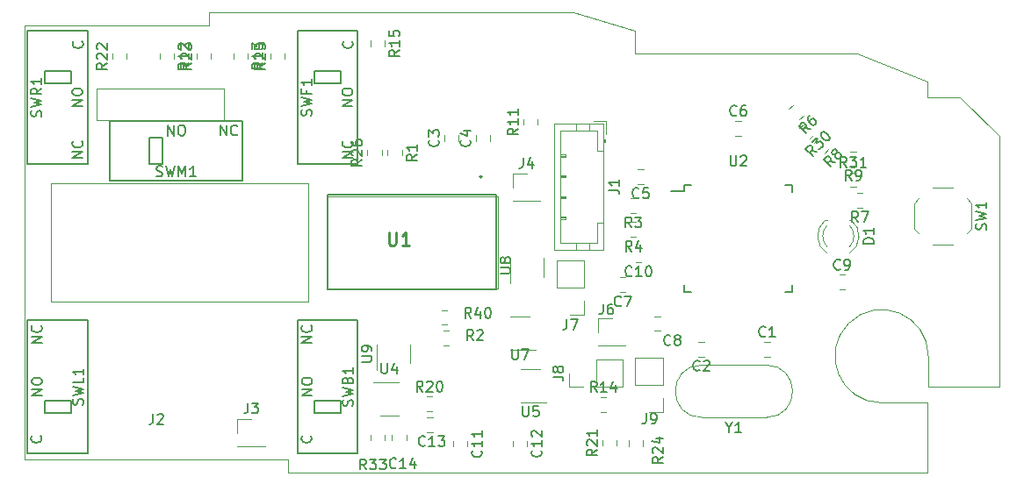
<source format=gbr>
G04 #@! TF.GenerationSoftware,KiCad,Pcbnew,5.99.0-unknown-d20d310~86~ubuntu18.04.1*
G04 #@! TF.CreationDate,2019-12-01T17:32:32+00:00*
G04 #@! TF.ProjectId,mouse8,6d6f7573-6538-42e6-9b69-6361645f7063,rev?*
G04 #@! TF.SameCoordinates,Original*
G04 #@! TF.FileFunction,Legend,Top*
G04 #@! TF.FilePolarity,Positive*
%FSLAX46Y46*%
G04 Gerber Fmt 4.6, Leading zero omitted, Abs format (unit mm)*
G04 Created by KiCad (PCBNEW 5.99.0-unknown-d20d310~86~ubuntu18.04.1) date 2019-12-01 17:32:32*
%MOMM*%
%LPD*%
G04 APERTURE LIST*
%ADD10C,0.050000*%
%ADD11C,0.120000*%
%ADD12C,0.150000*%
%ADD13C,0.200000*%
%ADD14C,0.254000*%
G04 APERTURE END LIST*
D10*
X94150000Y89606250D02*
X58980000Y89606250D01*
X100075000Y87831250D02*
X94150000Y89606250D01*
X100075000Y87831250D02*
X100075000Y85581250D01*
X131400000Y81356250D02*
X135175000Y77656250D01*
X128195000Y81351250D02*
X131400000Y81356250D01*
X128200000Y82906250D02*
X128195000Y81351250D01*
X121475000Y85581250D02*
X128200000Y82906250D01*
X100075000Y85581250D02*
X121475000Y85581250D01*
X128195000Y45156250D02*
X66600000Y45156250D01*
X135175000Y77656250D02*
X135180000Y53411250D01*
X128325000Y53431250D02*
X135180000Y53411250D01*
X128200000Y51856250D02*
X128195000Y45156250D01*
X128325000Y56356250D02*
X128325000Y53431250D01*
X123825000Y51856250D02*
X128200000Y51856250D01*
X123825000Y51856250D02*
G75*
G02X128325000Y56356250I0J4500000D01*
G01*
X48108800Y82189450D02*
X48108800Y79192250D01*
X60453200Y82189450D02*
X48108800Y82189450D01*
X60453200Y79192250D02*
X60453200Y82189450D01*
X48108800Y79192250D02*
X60453200Y79192250D01*
X43740000Y73096250D02*
X68505000Y73096250D01*
X70283000Y62936250D02*
X70283000Y71826250D01*
X86793000Y62936250D02*
X70283000Y62936250D01*
X86793000Y71826250D02*
X86793000Y62936250D01*
X70283000Y71826250D02*
X86793000Y71826250D01*
X66600000Y46426250D02*
X66600000Y45156250D01*
X41200000Y46426250D02*
X66600000Y46426250D01*
X58980000Y88336250D02*
X41200000Y88336250D01*
X58980000Y89606250D02*
X58980000Y88336250D01*
X43740000Y61666250D02*
X43740000Y62301250D01*
X68505000Y61666250D02*
X68505000Y62301250D01*
X68505000Y73096250D02*
X68505000Y62301250D01*
X43740000Y62301250D02*
X43740000Y73096250D01*
X68505000Y61666250D02*
X43740000Y61666250D01*
X41200000Y46426250D02*
X41200000Y88336250D01*
D11*
X81922252Y59386400D02*
X81399748Y59386400D01*
X81922252Y60806400D02*
X81399748Y60806400D01*
X76607600Y48800652D02*
X76607600Y48278148D01*
X78027600Y48800652D02*
X78027600Y48278148D01*
X80525252Y50468600D02*
X80002748Y50468600D01*
X80525252Y49048600D02*
X80002748Y49048600D01*
X77252400Y53857800D02*
X74802400Y53857800D01*
X75452400Y50637800D02*
X77252400Y50637800D01*
X75944800Y48252748D02*
X75944800Y48775252D01*
X74524800Y48252748D02*
X74524800Y48775252D01*
X79951948Y51029800D02*
X80474452Y51029800D01*
X79951948Y52449800D02*
X80474452Y52449800D01*
X127417800Y71600800D02*
X126967800Y71150800D01*
X127417800Y68200800D02*
X126967800Y68650800D01*
X132017800Y68200800D02*
X132467800Y68650800D01*
X132017800Y71600800D02*
X132467800Y71150800D01*
X130717800Y67150800D02*
X128717800Y67150800D01*
X126967800Y71150800D02*
X126967800Y68650800D01*
X130717800Y72650800D02*
X128717800Y72650800D01*
X132467800Y71150800D02*
X132467800Y68650800D01*
X83058000Y77152998D02*
X83058000Y77675502D01*
X81638000Y77152998D02*
X81638000Y77675502D01*
X86106000Y77152998D02*
X86106000Y77675502D01*
X84686000Y77152998D02*
X84686000Y77675502D01*
X99118052Y63981400D02*
X98595548Y63981400D01*
X99118052Y62561400D02*
X98595548Y62561400D01*
X109730748Y77664250D02*
X110253252Y77664250D01*
X109730748Y79084250D02*
X110253252Y79084250D01*
X88242000Y48175002D02*
X88242000Y47652498D01*
X89662000Y48175002D02*
X89662000Y47652498D01*
X82475000Y48140252D02*
X82475000Y47617748D01*
X83895000Y48140252D02*
X83895000Y47617748D01*
X100845252Y74416250D02*
X100322748Y74416250D01*
X100845252Y72996250D02*
X100322748Y72996250D01*
X102461252Y60216250D02*
X101938748Y60216250D01*
X102461252Y58796250D02*
X101938748Y58796250D01*
X119738748Y62796250D02*
X120261252Y62796250D01*
X119738748Y64216250D02*
X120261252Y64216250D01*
X112524748Y56328250D02*
X113047252Y56328250D01*
X112524748Y57748250D02*
X113047252Y57748250D01*
X106697252Y57748250D02*
X106174748Y57748250D01*
X106697252Y56328250D02*
X106174748Y56328250D01*
X100642052Y66877000D02*
X100119548Y66877000D01*
X100642052Y65457000D02*
X100119548Y65457000D01*
X51054000Y85044498D02*
X51054000Y85567002D01*
X49634000Y85044498D02*
X49634000Y85567002D01*
X74526000Y86819502D02*
X74526000Y86296998D01*
X75946000Y86819502D02*
X75946000Y86296998D01*
X96738748Y50996250D02*
X97261252Y50996250D01*
X96738748Y52416250D02*
X97261252Y52416250D01*
X61318000Y85603502D02*
X61318000Y85080998D01*
X62738000Y85603502D02*
X62738000Y85080998D01*
X54206000Y85567002D02*
X54206000Y85044498D01*
X55626000Y85567002D02*
X55626000Y85044498D01*
X90678000Y78713498D02*
X90678000Y79236002D01*
X89258000Y78713498D02*
X89258000Y79236002D01*
X121978052Y72134800D02*
X121455548Y72134800D01*
X121978052Y70714800D02*
X121455548Y70714800D01*
X75640000Y75735548D02*
X75640000Y76258052D01*
X74220000Y75735548D02*
X74220000Y76258052D01*
X116255103Y78727395D02*
X115885637Y78357929D01*
X117259195Y77723303D02*
X116889729Y77353837D01*
X98298000Y47725498D02*
X98298000Y48248002D01*
X96878000Y47725498D02*
X96878000Y48248002D01*
X59182000Y85044498D02*
X59182000Y85567002D01*
X57762000Y85044498D02*
X57762000Y85567002D01*
X100838000Y47688998D02*
X100838000Y48211502D01*
X99418000Y47688998D02*
X99418000Y48211502D01*
X66294000Y85044498D02*
X66294000Y85567002D01*
X64874000Y85044498D02*
X64874000Y85567002D01*
X117665687Y77343979D02*
X117296221Y76974513D01*
X118669779Y76339887D02*
X118300313Y75970421D01*
X121343052Y76148000D02*
X120820548Y76148000D01*
X121343052Y74728000D02*
X120820548Y74728000D01*
X100145252Y71603250D02*
X99622748Y71603250D01*
X100145252Y70183250D02*
X99622748Y70183250D01*
X100148752Y69301250D02*
X99626248Y69301250D01*
X100148752Y67881250D02*
X99626248Y67881250D01*
X76201200Y76258052D02*
X76201200Y75735548D01*
X77621200Y76258052D02*
X77621200Y75735548D01*
X115262687Y80585029D02*
X114893221Y80215563D01*
X116266779Y79580937D02*
X115897313Y79211471D01*
X82074652Y58799800D02*
X81552148Y58799800D01*
X82074652Y57379800D02*
X81552148Y57379800D01*
X120820548Y72696000D02*
X121343052Y72696000D01*
X120820548Y74116000D02*
X121343052Y74116000D01*
X96470000Y57376250D02*
X99130000Y57376250D01*
X96470000Y57436250D02*
X96470000Y57376250D01*
X99130000Y57436250D02*
X99130000Y57376250D01*
X96470000Y57436250D02*
X99130000Y57436250D01*
X96470000Y58706250D02*
X96470000Y60036250D01*
X96470000Y60036250D02*
X97800000Y60036250D01*
X95130000Y65576250D02*
X92470000Y65576250D01*
X95130000Y62976250D02*
X95130000Y65576250D01*
X92470000Y62976250D02*
X92470000Y65576250D01*
X95130000Y62976250D02*
X92470000Y62976250D01*
X95130000Y61706250D02*
X95130000Y60376250D01*
X95130000Y60376250D02*
X93800000Y60376250D01*
X98870000Y53376250D02*
X98870000Y56036250D01*
X96270000Y53376250D02*
X98870000Y53376250D01*
X96270000Y56036250D02*
X98870000Y56036250D01*
X96270000Y53376250D02*
X96270000Y56036250D01*
X95000000Y53376250D02*
X93670000Y53376250D01*
X93670000Y53376250D02*
X93670000Y54706250D01*
X102730000Y56176250D02*
X100070000Y56176250D01*
X102730000Y53576250D02*
X102730000Y56176250D01*
X100070000Y53576250D02*
X100070000Y56176250D01*
X102730000Y53576250D02*
X100070000Y53576250D01*
X102730000Y52306250D02*
X102730000Y50976250D01*
X102730000Y50976250D02*
X101400000Y50976250D01*
D12*
X104817000Y72912250D02*
X104817000Y72337250D01*
X115167000Y72912250D02*
X115167000Y72237250D01*
X115167000Y62562250D02*
X115167000Y63237250D01*
X104817000Y62562250D02*
X104817000Y63237250D01*
X104817000Y72912250D02*
X105492000Y72912250D01*
X104817000Y62562250D02*
X105492000Y62562250D01*
X115167000Y62562250D02*
X114492000Y62562250D01*
X115167000Y72912250D02*
X114492000Y72912250D01*
X104817000Y72337250D02*
X103542000Y72337250D01*
D11*
X88270000Y71326250D02*
X90930000Y71326250D01*
X88270000Y71386250D02*
X88270000Y71326250D01*
X90930000Y71386250D02*
X90930000Y71326250D01*
X88270000Y71386250D02*
X90930000Y71386250D01*
X88270000Y72656250D02*
X88270000Y73986250D01*
X88270000Y73986250D02*
X89600000Y73986250D01*
X61714000Y47636250D02*
X64374000Y47636250D01*
X61714000Y47696250D02*
X61714000Y47636250D01*
X64374000Y47696250D02*
X64374000Y47636250D01*
X61714000Y47696250D02*
X64374000Y47696250D01*
X61714000Y48966250D02*
X61714000Y50296250D01*
X61714000Y50296250D02*
X63044000Y50296250D01*
X112709000Y50449250D02*
X106459000Y50449250D01*
X112709000Y55499250D02*
X106459000Y55499250D01*
X112709000Y55499250D02*
G75*
G02X112709000Y50449250I0J-2525000D01*
G01*
X106459000Y55499250D02*
G75*
G03X106459000Y50449250I0J-2525000D01*
G01*
X120722608Y66287915D02*
G75*
G03X120879516Y69520250I-1078608J1672335D01*
G01*
X118565392Y66287915D02*
G75*
G02X118408484Y69520250I1078608J1672335D01*
G01*
X120723837Y66919120D02*
G75*
G03X120724000Y69001211I-1079837J1041130D01*
G01*
X118564163Y66919120D02*
G75*
G02X118564000Y69001211I1079837J1041130D01*
G01*
X120880000Y69520250D02*
X120724000Y69520250D01*
X118564000Y69520250D02*
X118408000Y69520250D01*
X90868000Y55148250D02*
X89068000Y55148250D01*
X89068000Y51928250D02*
X91518000Y51928250D01*
X89852000Y60228250D02*
X88052000Y60228250D01*
X88052000Y57008250D02*
X90502000Y57008250D01*
X91203999Y64026249D02*
X91203999Y65826249D01*
X87983999Y65826249D02*
X87983999Y63376249D01*
X78370000Y55686250D02*
X78370000Y57486250D01*
X75150000Y57486250D02*
X75150000Y55036250D01*
D12*
X71680000Y83901250D02*
X71680000Y82701250D01*
X71680000Y82701250D02*
X69140000Y82701250D01*
X69140000Y82701250D02*
X69140000Y83901250D01*
X69140000Y83901250D02*
X71680000Y83901250D01*
X73310000Y87751250D02*
X67510000Y87751250D01*
X67510000Y87751250D02*
X67510000Y74951250D01*
X67510000Y74951250D02*
X73310000Y74951250D01*
X73310000Y74951250D02*
X73310000Y87751250D01*
D13*
X70438000Y71931250D02*
X70438000Y62831250D01*
X70438000Y62831250D02*
X86638000Y62831250D01*
X86638000Y62831250D02*
X86638000Y71931250D01*
X86638000Y71931250D02*
X70438000Y71931250D01*
D14*
X85239270Y73694250D02*
G75*
G03X85239270Y73694250I-67270J0D01*
G01*
D12*
X69140000Y50861250D02*
X69140000Y52061250D01*
X69140000Y52061250D02*
X71680000Y52061250D01*
X71680000Y52061250D02*
X71680000Y50861250D01*
X71680000Y50861250D02*
X69140000Y50861250D01*
X67510000Y47011250D02*
X73310000Y47011250D01*
X73310000Y47011250D02*
X73310000Y59811250D01*
X73310000Y59811250D02*
X67510000Y59811250D01*
X67510000Y59811250D02*
X67510000Y47011250D01*
D11*
X96985000Y78785250D02*
X92265000Y78785250D01*
X92265000Y78785250D02*
X92265000Y66665250D01*
X92265000Y66665250D02*
X96985000Y66665250D01*
X96985000Y66665250D02*
X96985000Y78785250D01*
X96985000Y77025250D02*
X97185000Y77025250D01*
X97185000Y77025250D02*
X97185000Y77325250D01*
X97185000Y77325250D02*
X96985000Y77325250D01*
X97085000Y77025250D02*
X97085000Y77325250D01*
X96985000Y76225250D02*
X96375000Y76225250D01*
X96375000Y76225250D02*
X96375000Y78175250D01*
X96375000Y78175250D02*
X92875000Y78175250D01*
X92875000Y78175250D02*
X92875000Y67275250D01*
X92875000Y67275250D02*
X96375000Y67275250D01*
X96375000Y67275250D02*
X96375000Y69225250D01*
X96375000Y69225250D02*
X96985000Y69225250D01*
X95675000Y78785250D02*
X95675000Y78175250D01*
X94375000Y78785250D02*
X94375000Y78175250D01*
X95675000Y66665250D02*
X95675000Y67275250D01*
X94375000Y66665250D02*
X94375000Y67275250D01*
X92875000Y75825250D02*
X93375000Y75825250D01*
X93375000Y75825250D02*
X93375000Y75625250D01*
X93375000Y75625250D02*
X92875000Y75625250D01*
X92875000Y75725250D02*
X93375000Y75725250D01*
X92875000Y73825250D02*
X93375000Y73825250D01*
X93375000Y73825250D02*
X93375000Y73625250D01*
X93375000Y73625250D02*
X92875000Y73625250D01*
X92875000Y73725250D02*
X93375000Y73725250D01*
X92875000Y71825250D02*
X93375000Y71825250D01*
X93375000Y71825250D02*
X93375000Y71625250D01*
X93375000Y71625250D02*
X92875000Y71625250D01*
X92875000Y71725250D02*
X93375000Y71725250D01*
X92875000Y69825250D02*
X93375000Y69825250D01*
X93375000Y69825250D02*
X93375000Y69625250D01*
X93375000Y69625250D02*
X92875000Y69625250D01*
X92875000Y69725250D02*
X93375000Y69725250D01*
X97285000Y77835250D02*
X97285000Y79085250D01*
X97285000Y79085250D02*
X96035000Y79085250D01*
D12*
X45645000Y83901250D02*
X45645000Y82701250D01*
X45645000Y82701250D02*
X43105000Y82701250D01*
X43105000Y82701250D02*
X43105000Y83901250D01*
X43105000Y83901250D02*
X45645000Y83901250D01*
X47275000Y87751250D02*
X41475000Y87751250D01*
X41475000Y87751250D02*
X41475000Y74951250D01*
X41475000Y74951250D02*
X47275000Y74951250D01*
X47275000Y74951250D02*
X47275000Y87751250D01*
X53255000Y77441250D02*
X54455000Y77441250D01*
X54455000Y77441250D02*
X54455000Y74901250D01*
X54455000Y74901250D02*
X53255000Y74901250D01*
X53255000Y74901250D02*
X53255000Y77441250D01*
X49405000Y79071250D02*
X49405000Y73271250D01*
X49405000Y73271250D02*
X62205000Y73271250D01*
X62205000Y73271250D02*
X62205000Y79071250D01*
X62205000Y79071250D02*
X49405000Y79071250D01*
X43105000Y50861250D02*
X43105000Y52061250D01*
X43105000Y52061250D02*
X45645000Y52061250D01*
X45645000Y52061250D02*
X45645000Y50861250D01*
X45645000Y50861250D02*
X43105000Y50861250D01*
X41475000Y47011250D02*
X47275000Y47011250D01*
X47275000Y47011250D02*
X47275000Y59811250D01*
X47275000Y59811250D02*
X41475000Y59811250D01*
X41475000Y59811250D02*
X41475000Y47011250D01*
X84243942Y60050419D02*
X83910609Y60526609D01*
X83672514Y60050419D02*
X83672514Y61050419D01*
X84053466Y61050419D01*
X84148704Y61002800D01*
X84196323Y60955180D01*
X84243942Y60859942D01*
X84243942Y60717085D01*
X84196323Y60621847D01*
X84148704Y60574228D01*
X84053466Y60526609D01*
X83672514Y60526609D01*
X85101085Y60717085D02*
X85101085Y60050419D01*
X84862990Y61098038D02*
X84624895Y60383752D01*
X85243942Y60383752D01*
X85815371Y61050419D02*
X85910609Y61050419D01*
X86005847Y61002800D01*
X86053466Y60955180D01*
X86101085Y60859942D01*
X86148704Y60669466D01*
X86148704Y60431371D01*
X86101085Y60240895D01*
X86053466Y60145657D01*
X86005847Y60098038D01*
X85910609Y60050419D01*
X85815371Y60050419D01*
X85720133Y60098038D01*
X85672514Y60145657D01*
X85624895Y60240895D01*
X85577276Y60431371D01*
X85577276Y60669466D01*
X85624895Y60859942D01*
X85672514Y60955180D01*
X85720133Y61002800D01*
X85815371Y61050419D01*
X77004942Y45616857D02*
X76957323Y45569238D01*
X76814466Y45521619D01*
X76719228Y45521619D01*
X76576371Y45569238D01*
X76481133Y45664476D01*
X76433514Y45759714D01*
X76385895Y45950190D01*
X76385895Y46093047D01*
X76433514Y46283523D01*
X76481133Y46378761D01*
X76576371Y46474000D01*
X76719228Y46521619D01*
X76814466Y46521619D01*
X76957323Y46474000D01*
X77004942Y46426380D01*
X77957323Y45521619D02*
X77385895Y45521619D01*
X77671609Y45521619D02*
X77671609Y46521619D01*
X77576371Y46378761D01*
X77481133Y46283523D01*
X77385895Y46235904D01*
X78814466Y46188285D02*
X78814466Y45521619D01*
X78576371Y46569238D02*
X78338276Y45854952D01*
X78957323Y45854952D01*
X79798942Y47751457D02*
X79751323Y47703838D01*
X79608466Y47656219D01*
X79513228Y47656219D01*
X79370371Y47703838D01*
X79275133Y47799076D01*
X79227514Y47894314D01*
X79179895Y48084790D01*
X79179895Y48227647D01*
X79227514Y48418123D01*
X79275133Y48513361D01*
X79370371Y48608600D01*
X79513228Y48656219D01*
X79608466Y48656219D01*
X79751323Y48608600D01*
X79798942Y48560980D01*
X80751323Y47656219D02*
X80179895Y47656219D01*
X80465609Y47656219D02*
X80465609Y48656219D01*
X80370371Y48513361D01*
X80275133Y48418123D01*
X80179895Y48370504D01*
X81084657Y48656219D02*
X81703704Y48656219D01*
X81370371Y48275266D01*
X81513228Y48275266D01*
X81608466Y48227647D01*
X81656085Y48180028D01*
X81703704Y48084790D01*
X81703704Y47846695D01*
X81656085Y47751457D01*
X81608466Y47703838D01*
X81513228Y47656219D01*
X81227514Y47656219D01*
X81132276Y47703838D01*
X81084657Y47751457D01*
X75590495Y55695419D02*
X75590495Y54885895D01*
X75638114Y54790657D01*
X75685733Y54743038D01*
X75780971Y54695419D01*
X75971447Y54695419D01*
X76066685Y54743038D01*
X76114304Y54790657D01*
X76161923Y54885895D01*
X76161923Y55695419D01*
X77066685Y55362085D02*
X77066685Y54695419D01*
X76828590Y55743038D02*
X76590495Y55028752D01*
X77209542Y55028752D01*
X74134742Y45420019D02*
X73801409Y45896209D01*
X73563314Y45420019D02*
X73563314Y46420019D01*
X73944266Y46420019D01*
X74039504Y46372400D01*
X74087123Y46324780D01*
X74134742Y46229542D01*
X74134742Y46086685D01*
X74087123Y45991447D01*
X74039504Y45943828D01*
X73944266Y45896209D01*
X73563314Y45896209D01*
X74468076Y46420019D02*
X75087123Y46420019D01*
X74753790Y46039066D01*
X74896647Y46039066D01*
X74991885Y45991447D01*
X75039504Y45943828D01*
X75087123Y45848590D01*
X75087123Y45610495D01*
X75039504Y45515257D01*
X74991885Y45467638D01*
X74896647Y45420019D01*
X74610933Y45420019D01*
X74515695Y45467638D01*
X74468076Y45515257D01*
X75420457Y46420019D02*
X76039504Y46420019D01*
X75706171Y46039066D01*
X75849028Y46039066D01*
X75944266Y45991447D01*
X75991885Y45943828D01*
X76039504Y45848590D01*
X76039504Y45610495D01*
X75991885Y45515257D01*
X75944266Y45467638D01*
X75849028Y45420019D01*
X75563314Y45420019D01*
X75468076Y45467638D01*
X75420457Y45515257D01*
X79570342Y52937419D02*
X79237009Y53413609D01*
X78998914Y52937419D02*
X78998914Y53937419D01*
X79379866Y53937419D01*
X79475104Y53889800D01*
X79522723Y53842180D01*
X79570342Y53746942D01*
X79570342Y53604085D01*
X79522723Y53508847D01*
X79475104Y53461228D01*
X79379866Y53413609D01*
X78998914Y53413609D01*
X79951295Y53842180D02*
X79998914Y53889800D01*
X80094152Y53937419D01*
X80332247Y53937419D01*
X80427485Y53889800D01*
X80475104Y53842180D01*
X80522723Y53746942D01*
X80522723Y53651704D01*
X80475104Y53508847D01*
X79903676Y52937419D01*
X80522723Y52937419D01*
X81141771Y53937419D02*
X81237009Y53937419D01*
X81332247Y53889800D01*
X81379866Y53842180D01*
X81427485Y53746942D01*
X81475104Y53556466D01*
X81475104Y53318371D01*
X81427485Y53127895D01*
X81379866Y53032657D01*
X81332247Y52985038D01*
X81237009Y52937419D01*
X81141771Y52937419D01*
X81046533Y52985038D01*
X80998914Y53032657D01*
X80951295Y53127895D01*
X80903676Y53318371D01*
X80903676Y53556466D01*
X80951295Y53746942D01*
X80998914Y53842180D01*
X81046533Y53889800D01*
X81141771Y53937419D01*
X133872561Y68567466D02*
X133920180Y68710323D01*
X133920180Y68948419D01*
X133872561Y69043657D01*
X133824942Y69091276D01*
X133729704Y69138895D01*
X133634466Y69138895D01*
X133539228Y69091276D01*
X133491609Y69043657D01*
X133443990Y68948419D01*
X133396371Y68757942D01*
X133348752Y68662704D01*
X133301133Y68615085D01*
X133205895Y68567466D01*
X133110657Y68567466D01*
X133015419Y68615085D01*
X132967800Y68662704D01*
X132920180Y68757942D01*
X132920180Y68996038D01*
X132967800Y69138895D01*
X132920180Y69472228D02*
X133920180Y69710323D01*
X133205895Y69900800D01*
X133920180Y70091276D01*
X132920180Y70329371D01*
X133920180Y71234133D02*
X133920180Y70662704D01*
X133920180Y70948419D02*
X132920180Y70948419D01*
X133063038Y70853180D01*
X133158276Y70757942D01*
X133205895Y70662704D01*
X81055142Y77247583D02*
X81102761Y77199964D01*
X81150380Y77057107D01*
X81150380Y76961869D01*
X81102761Y76819011D01*
X81007523Y76723773D01*
X80912285Y76676154D01*
X80721809Y76628535D01*
X80578952Y76628535D01*
X80388476Y76676154D01*
X80293238Y76723773D01*
X80198000Y76819011D01*
X80150380Y76961869D01*
X80150380Y77057107D01*
X80198000Y77199964D01*
X80245619Y77247583D01*
X80150380Y77580916D02*
X80150380Y78199964D01*
X80531333Y77866630D01*
X80531333Y78009488D01*
X80578952Y78104726D01*
X80626571Y78152345D01*
X80721809Y78199964D01*
X80959904Y78199964D01*
X81055142Y78152345D01*
X81102761Y78104726D01*
X81150380Y78009488D01*
X81150380Y77723773D01*
X81102761Y77628535D01*
X81055142Y77580916D01*
X84103142Y77247583D02*
X84150761Y77199964D01*
X84198380Y77057107D01*
X84198380Y76961869D01*
X84150761Y76819011D01*
X84055523Y76723773D01*
X83960285Y76676154D01*
X83769809Y76628535D01*
X83626952Y76628535D01*
X83436476Y76676154D01*
X83341238Y76723773D01*
X83246000Y76819011D01*
X83198380Y76961869D01*
X83198380Y77057107D01*
X83246000Y77199964D01*
X83293619Y77247583D01*
X83531714Y78104726D02*
X84198380Y78104726D01*
X83150761Y77866630D02*
X83865047Y77628535D01*
X83865047Y78247583D01*
X98690133Y61264257D02*
X98642514Y61216638D01*
X98499657Y61169019D01*
X98404419Y61169019D01*
X98261561Y61216638D01*
X98166323Y61311876D01*
X98118704Y61407114D01*
X98071085Y61597590D01*
X98071085Y61740447D01*
X98118704Y61930923D01*
X98166323Y62026161D01*
X98261561Y62121400D01*
X98404419Y62169019D01*
X98499657Y62169019D01*
X98642514Y62121400D01*
X98690133Y62073780D01*
X99023466Y62169019D02*
X99690133Y62169019D01*
X99261561Y61169019D01*
X109825333Y79667107D02*
X109777714Y79619488D01*
X109634857Y79571869D01*
X109539619Y79571869D01*
X109396761Y79619488D01*
X109301523Y79714726D01*
X109253904Y79809964D01*
X109206285Y80000440D01*
X109206285Y80143297D01*
X109253904Y80333773D01*
X109301523Y80429011D01*
X109396761Y80524250D01*
X109539619Y80571869D01*
X109634857Y80571869D01*
X109777714Y80524250D01*
X109825333Y80476630D01*
X110682476Y80571869D02*
X110492000Y80571869D01*
X110396761Y80524250D01*
X110349142Y80476630D01*
X110253904Y80333773D01*
X110206285Y80143297D01*
X110206285Y79762345D01*
X110253904Y79667107D01*
X110301523Y79619488D01*
X110396761Y79571869D01*
X110587238Y79571869D01*
X110682476Y79619488D01*
X110730095Y79667107D01*
X110777714Y79762345D01*
X110777714Y80000440D01*
X110730095Y80095678D01*
X110682476Y80143297D01*
X110587238Y80190916D01*
X110396761Y80190916D01*
X110301523Y80143297D01*
X110253904Y80095678D01*
X110206285Y80000440D01*
X90959142Y47270892D02*
X91006761Y47223273D01*
X91054380Y47080416D01*
X91054380Y46985178D01*
X91006761Y46842321D01*
X90911523Y46747083D01*
X90816285Y46699464D01*
X90625809Y46651845D01*
X90482952Y46651845D01*
X90292476Y46699464D01*
X90197238Y46747083D01*
X90102000Y46842321D01*
X90054380Y46985178D01*
X90054380Y47080416D01*
X90102000Y47223273D01*
X90149619Y47270892D01*
X91054380Y48223273D02*
X91054380Y47651845D01*
X91054380Y47937559D02*
X90054380Y47937559D01*
X90197238Y47842321D01*
X90292476Y47747083D01*
X90340095Y47651845D01*
X90149619Y48604226D02*
X90102000Y48651845D01*
X90054380Y48747083D01*
X90054380Y48985178D01*
X90102000Y49080416D01*
X90149619Y49128035D01*
X90244857Y49175654D01*
X90340095Y49175654D01*
X90482952Y49128035D01*
X91054380Y48556607D01*
X91054380Y49175654D01*
X85192142Y47236142D02*
X85239761Y47188523D01*
X85287380Y47045666D01*
X85287380Y46950428D01*
X85239761Y46807571D01*
X85144523Y46712333D01*
X85049285Y46664714D01*
X84858809Y46617095D01*
X84715952Y46617095D01*
X84525476Y46664714D01*
X84430238Y46712333D01*
X84335000Y46807571D01*
X84287380Y46950428D01*
X84287380Y47045666D01*
X84335000Y47188523D01*
X84382619Y47236142D01*
X85287380Y48188523D02*
X85287380Y47617095D01*
X85287380Y47902809D02*
X84287380Y47902809D01*
X84430238Y47807571D01*
X84525476Y47712333D01*
X84573095Y47617095D01*
X85287380Y49140904D02*
X85287380Y48569476D01*
X85287380Y48855190D02*
X84287380Y48855190D01*
X84430238Y48759952D01*
X84525476Y48664714D01*
X84573095Y48569476D01*
X100417333Y71699107D02*
X100369714Y71651488D01*
X100226857Y71603869D01*
X100131619Y71603869D01*
X99988761Y71651488D01*
X99893523Y71746726D01*
X99845904Y71841964D01*
X99798285Y72032440D01*
X99798285Y72175297D01*
X99845904Y72365773D01*
X99893523Y72461011D01*
X99988761Y72556250D01*
X100131619Y72603869D01*
X100226857Y72603869D01*
X100369714Y72556250D01*
X100417333Y72508630D01*
X101322095Y72603869D02*
X100845904Y72603869D01*
X100798285Y72127678D01*
X100845904Y72175297D01*
X100941142Y72222916D01*
X101179238Y72222916D01*
X101274476Y72175297D01*
X101322095Y72127678D01*
X101369714Y72032440D01*
X101369714Y71794345D01*
X101322095Y71699107D01*
X101274476Y71651488D01*
X101179238Y71603869D01*
X100941142Y71603869D01*
X100845904Y71651488D01*
X100798285Y71699107D01*
X103465333Y57504057D02*
X103417714Y57456438D01*
X103274857Y57408819D01*
X103179619Y57408819D01*
X103036761Y57456438D01*
X102941523Y57551676D01*
X102893904Y57646914D01*
X102846285Y57837390D01*
X102846285Y57980247D01*
X102893904Y58170723D01*
X102941523Y58265961D01*
X103036761Y58361200D01*
X103179619Y58408819D01*
X103274857Y58408819D01*
X103417714Y58361200D01*
X103465333Y58313580D01*
X104036761Y57980247D02*
X103941523Y58027866D01*
X103893904Y58075485D01*
X103846285Y58170723D01*
X103846285Y58218342D01*
X103893904Y58313580D01*
X103941523Y58361200D01*
X104036761Y58408819D01*
X104227238Y58408819D01*
X104322476Y58361200D01*
X104370095Y58313580D01*
X104417714Y58218342D01*
X104417714Y58170723D01*
X104370095Y58075485D01*
X104322476Y58027866D01*
X104227238Y57980247D01*
X104036761Y57980247D01*
X103941523Y57932628D01*
X103893904Y57885009D01*
X103846285Y57789771D01*
X103846285Y57599295D01*
X103893904Y57504057D01*
X103941523Y57456438D01*
X104036761Y57408819D01*
X104227238Y57408819D01*
X104322476Y57456438D01*
X104370095Y57504057D01*
X104417714Y57599295D01*
X104417714Y57789771D01*
X104370095Y57885009D01*
X104322476Y57932628D01*
X104227238Y57980247D01*
X119833333Y64799107D02*
X119785714Y64751488D01*
X119642857Y64703869D01*
X119547619Y64703869D01*
X119404761Y64751488D01*
X119309523Y64846726D01*
X119261904Y64941964D01*
X119214285Y65132440D01*
X119214285Y65275297D01*
X119261904Y65465773D01*
X119309523Y65561011D01*
X119404761Y65656250D01*
X119547619Y65703869D01*
X119642857Y65703869D01*
X119785714Y65656250D01*
X119833333Y65608630D01*
X120309523Y64703869D02*
X120500000Y64703869D01*
X120595238Y64751488D01*
X120642857Y64799107D01*
X120738095Y64941964D01*
X120785714Y65132440D01*
X120785714Y65513392D01*
X120738095Y65608630D01*
X120690476Y65656250D01*
X120595238Y65703869D01*
X120404761Y65703869D01*
X120309523Y65656250D01*
X120261904Y65608630D01*
X120214285Y65513392D01*
X120214285Y65275297D01*
X120261904Y65180059D01*
X120309523Y65132440D01*
X120404761Y65084821D01*
X120595238Y65084821D01*
X120690476Y65132440D01*
X120738095Y65180059D01*
X120785714Y65275297D01*
X112619333Y58331107D02*
X112571714Y58283488D01*
X112428857Y58235869D01*
X112333619Y58235869D01*
X112190761Y58283488D01*
X112095523Y58378726D01*
X112047904Y58473964D01*
X112000285Y58664440D01*
X112000285Y58807297D01*
X112047904Y58997773D01*
X112095523Y59093011D01*
X112190761Y59188250D01*
X112333619Y59235869D01*
X112428857Y59235869D01*
X112571714Y59188250D01*
X112619333Y59140630D01*
X113571714Y58235869D02*
X113000285Y58235869D01*
X113286000Y58235869D02*
X113286000Y59235869D01*
X113190761Y59093011D01*
X113095523Y58997773D01*
X113000285Y58950154D01*
X106269333Y55031107D02*
X106221714Y54983488D01*
X106078857Y54935869D01*
X105983619Y54935869D01*
X105840761Y54983488D01*
X105745523Y55078726D01*
X105697904Y55173964D01*
X105650285Y55364440D01*
X105650285Y55507297D01*
X105697904Y55697773D01*
X105745523Y55793011D01*
X105840761Y55888250D01*
X105983619Y55935869D01*
X106078857Y55935869D01*
X106221714Y55888250D01*
X106269333Y55840630D01*
X106650285Y55840630D02*
X106697904Y55888250D01*
X106793142Y55935869D01*
X107031238Y55935869D01*
X107126476Y55888250D01*
X107174095Y55840630D01*
X107221714Y55745392D01*
X107221714Y55650154D01*
X107174095Y55507297D01*
X106602666Y54935869D01*
X107221714Y54935869D01*
X99737942Y64159857D02*
X99690323Y64112238D01*
X99547466Y64064619D01*
X99452228Y64064619D01*
X99309371Y64112238D01*
X99214133Y64207476D01*
X99166514Y64302714D01*
X99118895Y64493190D01*
X99118895Y64636047D01*
X99166514Y64826523D01*
X99214133Y64921761D01*
X99309371Y65017000D01*
X99452228Y65064619D01*
X99547466Y65064619D01*
X99690323Y65017000D01*
X99737942Y64969380D01*
X100690323Y64064619D02*
X100118895Y64064619D01*
X100404609Y64064619D02*
X100404609Y65064619D01*
X100309371Y64921761D01*
X100214133Y64826523D01*
X100118895Y64778904D01*
X101309371Y65064619D02*
X101404609Y65064619D01*
X101499847Y65017000D01*
X101547466Y64969380D01*
X101595085Y64874142D01*
X101642704Y64683666D01*
X101642704Y64445571D01*
X101595085Y64255095D01*
X101547466Y64159857D01*
X101499847Y64112238D01*
X101404609Y64064619D01*
X101309371Y64064619D01*
X101214133Y64112238D01*
X101166514Y64159857D01*
X101118895Y64255095D01*
X101071276Y64445571D01*
X101071276Y64683666D01*
X101118895Y64874142D01*
X101166514Y64969380D01*
X101214133Y65017000D01*
X101309371Y65064619D01*
X49146380Y84662892D02*
X48670190Y84329559D01*
X49146380Y84091464D02*
X48146380Y84091464D01*
X48146380Y84472416D01*
X48194000Y84567654D01*
X48241619Y84615273D01*
X48336857Y84662892D01*
X48479714Y84662892D01*
X48574952Y84615273D01*
X48622571Y84567654D01*
X48670190Y84472416D01*
X48670190Y84091464D01*
X48241619Y85043845D02*
X48194000Y85091464D01*
X48146380Y85186702D01*
X48146380Y85424797D01*
X48194000Y85520035D01*
X48241619Y85567654D01*
X48336857Y85615273D01*
X48432095Y85615273D01*
X48574952Y85567654D01*
X49146380Y84996226D01*
X49146380Y85615273D01*
X48241619Y85996226D02*
X48194000Y86043845D01*
X48146380Y86139083D01*
X48146380Y86377178D01*
X48194000Y86472416D01*
X48241619Y86520035D01*
X48336857Y86567654D01*
X48432095Y86567654D01*
X48574952Y86520035D01*
X49146380Y85948607D01*
X49146380Y86567654D01*
X77338380Y85915392D02*
X76862190Y85582059D01*
X77338380Y85343964D02*
X76338380Y85343964D01*
X76338380Y85724916D01*
X76386000Y85820154D01*
X76433619Y85867773D01*
X76528857Y85915392D01*
X76671714Y85915392D01*
X76766952Y85867773D01*
X76814571Y85820154D01*
X76862190Y85724916D01*
X76862190Y85343964D01*
X77338380Y86867773D02*
X77338380Y86296345D01*
X77338380Y86582059D02*
X76338380Y86582059D01*
X76481238Y86486821D01*
X76576476Y86391583D01*
X76624095Y86296345D01*
X76338380Y87772535D02*
X76338380Y87296345D01*
X76814571Y87248726D01*
X76766952Y87296345D01*
X76719333Y87391583D01*
X76719333Y87629678D01*
X76766952Y87724916D01*
X76814571Y87772535D01*
X76909809Y87820154D01*
X77147904Y87820154D01*
X77243142Y87772535D01*
X77290761Y87724916D01*
X77338380Y87629678D01*
X77338380Y87391583D01*
X77290761Y87296345D01*
X77243142Y87248726D01*
X96357142Y52903869D02*
X96023809Y53380059D01*
X95785714Y52903869D02*
X95785714Y53903869D01*
X96166666Y53903869D01*
X96261904Y53856250D01*
X96309523Y53808630D01*
X96357142Y53713392D01*
X96357142Y53570535D01*
X96309523Y53475297D01*
X96261904Y53427678D01*
X96166666Y53380059D01*
X95785714Y53380059D01*
X97309523Y52903869D02*
X96738095Y52903869D01*
X97023809Y52903869D02*
X97023809Y53903869D01*
X96928571Y53761011D01*
X96833333Y53665773D01*
X96738095Y53618154D01*
X98166666Y53570535D02*
X98166666Y52903869D01*
X97928571Y53951488D02*
X97690476Y53237202D01*
X98309523Y53237202D01*
X64130380Y84699392D02*
X63654190Y84366059D01*
X64130380Y84127964D02*
X63130380Y84127964D01*
X63130380Y84508916D01*
X63178000Y84604154D01*
X63225619Y84651773D01*
X63320857Y84699392D01*
X63463714Y84699392D01*
X63558952Y84651773D01*
X63606571Y84604154D01*
X63654190Y84508916D01*
X63654190Y84127964D01*
X64130380Y85651773D02*
X64130380Y85080345D01*
X64130380Y85366059D02*
X63130380Y85366059D01*
X63273238Y85270821D01*
X63368476Y85175583D01*
X63416095Y85080345D01*
X63130380Y85985107D02*
X63130380Y86604154D01*
X63511333Y86270821D01*
X63511333Y86413678D01*
X63558952Y86508916D01*
X63606571Y86556535D01*
X63701809Y86604154D01*
X63939904Y86604154D01*
X64035142Y86556535D01*
X64082761Y86508916D01*
X64130380Y86413678D01*
X64130380Y86127964D01*
X64082761Y86032726D01*
X64035142Y85985107D01*
X57018380Y84662892D02*
X56542190Y84329559D01*
X57018380Y84091464D02*
X56018380Y84091464D01*
X56018380Y84472416D01*
X56066000Y84567654D01*
X56113619Y84615273D01*
X56208857Y84662892D01*
X56351714Y84662892D01*
X56446952Y84615273D01*
X56494571Y84567654D01*
X56542190Y84472416D01*
X56542190Y84091464D01*
X57018380Y85615273D02*
X57018380Y85043845D01*
X57018380Y85329559D02*
X56018380Y85329559D01*
X56161238Y85234321D01*
X56256476Y85139083D01*
X56304095Y85043845D01*
X56113619Y85996226D02*
X56066000Y86043845D01*
X56018380Y86139083D01*
X56018380Y86377178D01*
X56066000Y86472416D01*
X56113619Y86520035D01*
X56208857Y86567654D01*
X56304095Y86567654D01*
X56446952Y86520035D01*
X57018380Y85948607D01*
X57018380Y86567654D01*
X88770380Y78331892D02*
X88294190Y77998559D01*
X88770380Y77760464D02*
X87770380Y77760464D01*
X87770380Y78141416D01*
X87818000Y78236654D01*
X87865619Y78284273D01*
X87960857Y78331892D01*
X88103714Y78331892D01*
X88198952Y78284273D01*
X88246571Y78236654D01*
X88294190Y78141416D01*
X88294190Y77760464D01*
X88770380Y79284273D02*
X88770380Y78712845D01*
X88770380Y78998559D02*
X87770380Y78998559D01*
X87913238Y78903321D01*
X88008476Y78808083D01*
X88056095Y78712845D01*
X88770380Y80236654D02*
X88770380Y79665226D01*
X88770380Y79950940D02*
X87770380Y79950940D01*
X87913238Y79855702D01*
X88008476Y79760464D01*
X88056095Y79665226D01*
X121550133Y69322419D02*
X121216800Y69798609D01*
X120978704Y69322419D02*
X120978704Y70322419D01*
X121359657Y70322419D01*
X121454895Y70274800D01*
X121502514Y70227180D01*
X121550133Y70131942D01*
X121550133Y69989085D01*
X121502514Y69893847D01*
X121454895Y69846228D01*
X121359657Y69798609D01*
X120978704Y69798609D01*
X121883466Y70322419D02*
X122550133Y70322419D01*
X122121561Y69322419D01*
X73732380Y75353942D02*
X73256190Y75020609D01*
X73732380Y74782514D02*
X72732380Y74782514D01*
X72732380Y75163466D01*
X72780000Y75258704D01*
X72827619Y75306323D01*
X72922857Y75353942D01*
X73065714Y75353942D01*
X73160952Y75306323D01*
X73208571Y75258704D01*
X73256190Y75163466D01*
X73256190Y74782514D01*
X72827619Y75734895D02*
X72780000Y75782514D01*
X72732380Y75877752D01*
X72732380Y76115847D01*
X72780000Y76211085D01*
X72827619Y76258704D01*
X72922857Y76306323D01*
X73018095Y76306323D01*
X73160952Y76258704D01*
X73732380Y75687276D01*
X73732380Y76306323D01*
X72732380Y77163466D02*
X72732380Y76972990D01*
X72780000Y76877752D01*
X72827619Y76830133D01*
X72970476Y76734895D01*
X73160952Y76687276D01*
X73541904Y76687276D01*
X73637142Y76734895D01*
X73684761Y76782514D01*
X73732380Y76877752D01*
X73732380Y77068228D01*
X73684761Y77163466D01*
X73637142Y77211085D01*
X73541904Y77258704D01*
X73303809Y77258704D01*
X73208571Y77211085D01*
X73160952Y77163466D01*
X73113333Y77068228D01*
X73113333Y76877752D01*
X73160952Y76782514D01*
X73208571Y76734895D01*
X73303809Y76687276D01*
X117604454Y76099439D02*
X117032035Y76200454D01*
X117200393Y75695378D02*
X116493287Y76402485D01*
X116762661Y76671859D01*
X116863676Y76705531D01*
X116931019Y76705531D01*
X117032035Y76671859D01*
X117133050Y76570844D01*
X117166722Y76469828D01*
X117166722Y76402485D01*
X117133050Y76301470D01*
X116863676Y76032096D01*
X117133050Y77042248D02*
X117570783Y77479981D01*
X117604454Y76974905D01*
X117705470Y77075920D01*
X117806485Y77109592D01*
X117873829Y77109592D01*
X117974844Y77075920D01*
X118143203Y76907561D01*
X118176874Y76806546D01*
X118176874Y76739202D01*
X118143203Y76638187D01*
X117941172Y76436157D01*
X117840157Y76402485D01*
X117772813Y76402485D01*
X118008516Y77917714D02*
X118075859Y77985057D01*
X118176874Y78018729D01*
X118244218Y78018729D01*
X118345233Y77985057D01*
X118513592Y77884042D01*
X118681951Y77715683D01*
X118782966Y77547325D01*
X118816638Y77446309D01*
X118816638Y77378966D01*
X118782966Y77277951D01*
X118715622Y77210607D01*
X118614607Y77176935D01*
X118547264Y77176935D01*
X118446248Y77210607D01*
X118277890Y77311622D01*
X118109531Y77479981D01*
X118008516Y77648340D01*
X117974844Y77749355D01*
X117974844Y77816699D01*
X118008516Y77917714D01*
X96390380Y47343892D02*
X95914190Y47010559D01*
X96390380Y46772464D02*
X95390380Y46772464D01*
X95390380Y47153416D01*
X95438000Y47248654D01*
X95485619Y47296273D01*
X95580857Y47343892D01*
X95723714Y47343892D01*
X95818952Y47296273D01*
X95866571Y47248654D01*
X95914190Y47153416D01*
X95914190Y46772464D01*
X95485619Y47724845D02*
X95438000Y47772464D01*
X95390380Y47867702D01*
X95390380Y48105797D01*
X95438000Y48201035D01*
X95485619Y48248654D01*
X95580857Y48296273D01*
X95676095Y48296273D01*
X95818952Y48248654D01*
X96390380Y47677226D01*
X96390380Y48296273D01*
X96390380Y49248654D02*
X96390380Y48677226D01*
X96390380Y48962940D02*
X95390380Y48962940D01*
X95533238Y48867702D01*
X95628476Y48772464D01*
X95676095Y48677226D01*
X57274380Y84662892D02*
X56798190Y84329559D01*
X57274380Y84091464D02*
X56274380Y84091464D01*
X56274380Y84472416D01*
X56322000Y84567654D01*
X56369619Y84615273D01*
X56464857Y84662892D01*
X56607714Y84662892D01*
X56702952Y84615273D01*
X56750571Y84567654D01*
X56798190Y84472416D01*
X56798190Y84091464D01*
X56369619Y85043845D02*
X56322000Y85091464D01*
X56274380Y85186702D01*
X56274380Y85424797D01*
X56322000Y85520035D01*
X56369619Y85567654D01*
X56464857Y85615273D01*
X56560095Y85615273D01*
X56702952Y85567654D01*
X57274380Y84996226D01*
X57274380Y85615273D01*
X56274380Y85948607D02*
X56274380Y86567654D01*
X56655333Y86234321D01*
X56655333Y86377178D01*
X56702952Y86472416D01*
X56750571Y86520035D01*
X56845809Y86567654D01*
X57083904Y86567654D01*
X57179142Y86520035D01*
X57226761Y86472416D01*
X57274380Y86377178D01*
X57274380Y86091464D01*
X57226761Y85996226D01*
X57179142Y85948607D01*
X102712780Y46626542D02*
X102236590Y46293209D01*
X102712780Y46055114D02*
X101712780Y46055114D01*
X101712780Y46436066D01*
X101760400Y46531304D01*
X101808019Y46578923D01*
X101903257Y46626542D01*
X102046114Y46626542D01*
X102141352Y46578923D01*
X102188971Y46531304D01*
X102236590Y46436066D01*
X102236590Y46055114D01*
X101808019Y47007495D02*
X101760400Y47055114D01*
X101712780Y47150352D01*
X101712780Y47388447D01*
X101760400Y47483685D01*
X101808019Y47531304D01*
X101903257Y47578923D01*
X101998495Y47578923D01*
X102141352Y47531304D01*
X102712780Y46959876D01*
X102712780Y47578923D01*
X102046114Y48436066D02*
X102712780Y48436066D01*
X101665161Y48197971D02*
X102379447Y47959876D01*
X102379447Y48578923D01*
X64386380Y84662892D02*
X63910190Y84329559D01*
X64386380Y84091464D02*
X63386380Y84091464D01*
X63386380Y84472416D01*
X63434000Y84567654D01*
X63481619Y84615273D01*
X63576857Y84662892D01*
X63719714Y84662892D01*
X63814952Y84615273D01*
X63862571Y84567654D01*
X63910190Y84472416D01*
X63910190Y84091464D01*
X63481619Y85043845D02*
X63434000Y85091464D01*
X63386380Y85186702D01*
X63386380Y85424797D01*
X63434000Y85520035D01*
X63481619Y85567654D01*
X63576857Y85615273D01*
X63672095Y85615273D01*
X63814952Y85567654D01*
X64386380Y84996226D01*
X64386380Y85615273D01*
X63386380Y86520035D02*
X63386380Y86043845D01*
X63862571Y85996226D01*
X63814952Y86043845D01*
X63767333Y86139083D01*
X63767333Y86377178D01*
X63814952Y86472416D01*
X63862571Y86520035D01*
X63957809Y86567654D01*
X64195904Y86567654D01*
X64291142Y86520035D01*
X64338761Y86472416D01*
X64386380Y86377178D01*
X64386380Y86139083D01*
X64338761Y86043845D01*
X64291142Y85996226D01*
X119351756Y75052741D02*
X118779336Y75153756D01*
X118947695Y74648680D02*
X118240588Y75355786D01*
X118509962Y75625161D01*
X118610977Y75658832D01*
X118678321Y75658832D01*
X118779336Y75625161D01*
X118880351Y75524145D01*
X118914023Y75423130D01*
X118914023Y75355786D01*
X118880351Y75254771D01*
X118610977Y74985397D01*
X119351756Y75860863D02*
X119250741Y75827191D01*
X119183397Y75827191D01*
X119082382Y75860863D01*
X119048710Y75894535D01*
X119015038Y75995550D01*
X119015038Y76062893D01*
X119048710Y76163909D01*
X119183397Y76298596D01*
X119284413Y76332267D01*
X119351756Y76332267D01*
X119452771Y76298596D01*
X119486443Y76264924D01*
X119520115Y76163909D01*
X119520115Y76096565D01*
X119486443Y75995550D01*
X119351756Y75860863D01*
X119318084Y75759848D01*
X119318084Y75692504D01*
X119351756Y75591489D01*
X119486443Y75456802D01*
X119587458Y75423130D01*
X119654802Y75423130D01*
X119755817Y75456802D01*
X119890504Y75591489D01*
X119924176Y75692504D01*
X119924176Y75759848D01*
X119890504Y75860863D01*
X119755817Y75995550D01*
X119654802Y76029222D01*
X119587458Y76029222D01*
X119486443Y75995550D01*
X120915133Y73335619D02*
X120581800Y73811809D01*
X120343704Y73335619D02*
X120343704Y74335619D01*
X120724657Y74335619D01*
X120819895Y74288000D01*
X120867514Y74240380D01*
X120915133Y74145142D01*
X120915133Y74002285D01*
X120867514Y73907047D01*
X120819895Y73859428D01*
X120724657Y73811809D01*
X120343704Y73811809D01*
X121391323Y73335619D02*
X121581800Y73335619D01*
X121677038Y73383238D01*
X121724657Y73430857D01*
X121819895Y73573714D01*
X121867514Y73764190D01*
X121867514Y74145142D01*
X121819895Y74240380D01*
X121772276Y74288000D01*
X121677038Y74335619D01*
X121486561Y74335619D01*
X121391323Y74288000D01*
X121343704Y74240380D01*
X121296085Y74145142D01*
X121296085Y73907047D01*
X121343704Y73811809D01*
X121391323Y73764190D01*
X121486561Y73716571D01*
X121677038Y73716571D01*
X121772276Y73764190D01*
X121819895Y73811809D01*
X121867514Y73907047D01*
X99717333Y68790869D02*
X99384000Y69267059D01*
X99145904Y68790869D02*
X99145904Y69790869D01*
X99526857Y69790869D01*
X99622095Y69743250D01*
X99669714Y69695630D01*
X99717333Y69600392D01*
X99717333Y69457535D01*
X99669714Y69362297D01*
X99622095Y69314678D01*
X99526857Y69267059D01*
X99145904Y69267059D01*
X100050666Y69790869D02*
X100669714Y69790869D01*
X100336380Y69409916D01*
X100479238Y69409916D01*
X100574476Y69362297D01*
X100622095Y69314678D01*
X100669714Y69219440D01*
X100669714Y68981345D01*
X100622095Y68886107D01*
X100574476Y68838488D01*
X100479238Y68790869D01*
X100193523Y68790869D01*
X100098285Y68838488D01*
X100050666Y68886107D01*
X99720833Y66488869D02*
X99387500Y66965059D01*
X99149404Y66488869D02*
X99149404Y67488869D01*
X99530357Y67488869D01*
X99625595Y67441250D01*
X99673214Y67393630D01*
X99720833Y67298392D01*
X99720833Y67155535D01*
X99673214Y67060297D01*
X99625595Y67012678D01*
X99530357Y66965059D01*
X99149404Y66965059D01*
X100577976Y67155535D02*
X100577976Y66488869D01*
X100339880Y67536488D02*
X100101785Y66822202D01*
X100720833Y66822202D01*
X79013580Y75830133D02*
X78537390Y75496800D01*
X79013580Y75258704D02*
X78013580Y75258704D01*
X78013580Y75639657D01*
X78061200Y75734895D01*
X78108819Y75782514D01*
X78204057Y75830133D01*
X78346914Y75830133D01*
X78442152Y75782514D01*
X78489771Y75734895D01*
X78537390Y75639657D01*
X78537390Y75258704D01*
X79013580Y76782514D02*
X79013580Y76211085D01*
X79013580Y76496800D02*
X78013580Y76496800D01*
X78156438Y76401561D01*
X78251676Y76306323D01*
X78299295Y76211085D01*
X116948756Y78293791D02*
X116376336Y78394806D01*
X116544695Y77889730D02*
X115837588Y78596836D01*
X116106962Y78866211D01*
X116207977Y78899882D01*
X116275321Y78899882D01*
X116376336Y78866211D01*
X116477351Y78765195D01*
X116511023Y78664180D01*
X116511023Y78596836D01*
X116477351Y78495821D01*
X116207977Y78226447D01*
X116847741Y79606989D02*
X116713054Y79472302D01*
X116679382Y79371287D01*
X116679382Y79303943D01*
X116713054Y79135585D01*
X116814069Y78967226D01*
X117083443Y78697852D01*
X117184458Y78664180D01*
X117251802Y78664180D01*
X117352817Y78697852D01*
X117487504Y78832539D01*
X117521176Y78933554D01*
X117521176Y79000898D01*
X117487504Y79101913D01*
X117319145Y79270272D01*
X117218130Y79303943D01*
X117150787Y79303943D01*
X117049771Y79270272D01*
X116915084Y79135585D01*
X116881413Y79034569D01*
X116881413Y78967226D01*
X116915084Y78866211D01*
X84440733Y57891419D02*
X84107400Y58367609D01*
X83869304Y57891419D02*
X83869304Y58891419D01*
X84250257Y58891419D01*
X84345495Y58843800D01*
X84393114Y58796180D01*
X84440733Y58700942D01*
X84440733Y58558085D01*
X84393114Y58462847D01*
X84345495Y58415228D01*
X84250257Y58367609D01*
X83869304Y58367609D01*
X84821685Y58796180D02*
X84869304Y58843800D01*
X84964542Y58891419D01*
X85202638Y58891419D01*
X85297876Y58843800D01*
X85345495Y58796180D01*
X85393114Y58700942D01*
X85393114Y58605704D01*
X85345495Y58462847D01*
X84774066Y57891419D01*
X85393114Y57891419D01*
X120438942Y74603619D02*
X120105609Y75079809D01*
X119867514Y74603619D02*
X119867514Y75603619D01*
X120248466Y75603619D01*
X120343704Y75556000D01*
X120391323Y75508380D01*
X120438942Y75413142D01*
X120438942Y75270285D01*
X120391323Y75175047D01*
X120343704Y75127428D01*
X120248466Y75079809D01*
X119867514Y75079809D01*
X120772276Y75603619D02*
X121391323Y75603619D01*
X121057990Y75222666D01*
X121200847Y75222666D01*
X121296085Y75175047D01*
X121343704Y75127428D01*
X121391323Y75032190D01*
X121391323Y74794095D01*
X121343704Y74698857D01*
X121296085Y74651238D01*
X121200847Y74603619D01*
X120915133Y74603619D01*
X120819895Y74651238D01*
X120772276Y74698857D01*
X122343704Y74603619D02*
X121772276Y74603619D01*
X122057990Y74603619D02*
X122057990Y75603619D01*
X121962752Y75460761D01*
X121867514Y75365523D01*
X121772276Y75317904D01*
X96948666Y61406019D02*
X96948666Y60691733D01*
X96901047Y60548876D01*
X96805809Y60453638D01*
X96662952Y60406019D01*
X96567714Y60406019D01*
X97853428Y61406019D02*
X97662952Y61406019D01*
X97567714Y61358400D01*
X97520095Y61310780D01*
X97424857Y61167923D01*
X97377238Y60977447D01*
X97377238Y60596495D01*
X97424857Y60501257D01*
X97472476Y60453638D01*
X97567714Y60406019D01*
X97758190Y60406019D01*
X97853428Y60453638D01*
X97901047Y60501257D01*
X97948666Y60596495D01*
X97948666Y60834590D01*
X97901047Y60929828D01*
X97853428Y60977447D01*
X97758190Y61025066D01*
X97567714Y61025066D01*
X97472476Y60977447D01*
X97424857Y60929828D01*
X97377238Y60834590D01*
X93466666Y59923869D02*
X93466666Y59209583D01*
X93419047Y59066726D01*
X93323809Y58971488D01*
X93180952Y58923869D01*
X93085714Y58923869D01*
X93847619Y59923869D02*
X94514285Y59923869D01*
X94085714Y58923869D01*
X92122380Y54372916D02*
X92836666Y54372916D01*
X92979523Y54325297D01*
X93074761Y54230059D01*
X93122380Y54087202D01*
X93122380Y53991964D01*
X92550952Y54991964D02*
X92503333Y54896726D01*
X92455714Y54849107D01*
X92360476Y54801488D01*
X92312857Y54801488D01*
X92217619Y54849107D01*
X92170000Y54896726D01*
X92122380Y54991964D01*
X92122380Y55182440D01*
X92170000Y55277678D01*
X92217619Y55325297D01*
X92312857Y55372916D01*
X92360476Y55372916D01*
X92455714Y55325297D01*
X92503333Y55277678D01*
X92550952Y55182440D01*
X92550952Y54991964D01*
X92598571Y54896726D01*
X92646190Y54849107D01*
X92741428Y54801488D01*
X92931904Y54801488D01*
X93027142Y54849107D01*
X93074761Y54896726D01*
X93122380Y54991964D01*
X93122380Y55182440D01*
X93074761Y55277678D01*
X93027142Y55325297D01*
X92931904Y55372916D01*
X92741428Y55372916D01*
X92646190Y55325297D01*
X92598571Y55277678D01*
X92550952Y55182440D01*
X101114266Y50839619D02*
X101114266Y50125333D01*
X101066647Y49982476D01*
X100971409Y49887238D01*
X100828552Y49839619D01*
X100733314Y49839619D01*
X101638076Y49839619D02*
X101828552Y49839619D01*
X101923790Y49887238D01*
X101971409Y49934857D01*
X102066647Y50077714D01*
X102114266Y50268190D01*
X102114266Y50649142D01*
X102066647Y50744380D01*
X102019028Y50792000D01*
X101923790Y50839619D01*
X101733314Y50839619D01*
X101638076Y50792000D01*
X101590457Y50744380D01*
X101542838Y50649142D01*
X101542838Y50411047D01*
X101590457Y50315809D01*
X101638076Y50268190D01*
X101733314Y50220571D01*
X101923790Y50220571D01*
X102019028Y50268190D01*
X102066647Y50315809D01*
X102114266Y50411047D01*
X109230095Y75734869D02*
X109230095Y74925345D01*
X109277714Y74830107D01*
X109325333Y74782488D01*
X109420571Y74734869D01*
X109611047Y74734869D01*
X109706285Y74782488D01*
X109753904Y74830107D01*
X109801523Y74925345D01*
X109801523Y75734869D01*
X110230095Y75639630D02*
X110277714Y75687250D01*
X110372952Y75734869D01*
X110611047Y75734869D01*
X110706285Y75687250D01*
X110753904Y75639630D01*
X110801523Y75544392D01*
X110801523Y75449154D01*
X110753904Y75306297D01*
X110182476Y74734869D01*
X110801523Y74734869D01*
X89266666Y75533869D02*
X89266666Y74819583D01*
X89219047Y74676726D01*
X89123809Y74581488D01*
X88980952Y74533869D01*
X88885714Y74533869D01*
X90171428Y75200535D02*
X90171428Y74533869D01*
X89933333Y75581488D02*
X89695238Y74867202D01*
X90314285Y74867202D01*
X62710666Y51843869D02*
X62710666Y51129583D01*
X62663047Y50986726D01*
X62567809Y50891488D01*
X62424952Y50843869D01*
X62329714Y50843869D01*
X63091619Y51843869D02*
X63710666Y51843869D01*
X63377333Y51462916D01*
X63520190Y51462916D01*
X63615428Y51415297D01*
X63663047Y51367678D01*
X63710666Y51272440D01*
X63710666Y51034345D01*
X63663047Y50939107D01*
X63615428Y50891488D01*
X63520190Y50843869D01*
X63234476Y50843869D01*
X63139238Y50891488D01*
X63091619Y50939107D01*
X109107809Y49473059D02*
X109107809Y48996869D01*
X108774476Y49996869D02*
X109107809Y49473059D01*
X109441142Y49996869D01*
X110298285Y48996869D02*
X109726857Y48996869D01*
X110012571Y48996869D02*
X110012571Y49996869D01*
X109917333Y49854011D01*
X109822095Y49758773D01*
X109726857Y49711154D01*
X123056380Y67222154D02*
X122056380Y67222154D01*
X122056380Y67460250D01*
X122104000Y67603107D01*
X122199238Y67698345D01*
X122294476Y67745964D01*
X122484952Y67793583D01*
X122627809Y67793583D01*
X122818285Y67745964D01*
X122913523Y67698345D01*
X123008761Y67603107D01*
X123056380Y67460250D01*
X123056380Y67222154D01*
X123056380Y68745964D02*
X123056380Y68174535D01*
X123056380Y68460250D02*
X122056380Y68460250D01*
X122199238Y68365011D01*
X122294476Y68269773D01*
X122342095Y68174535D01*
X89206095Y51545869D02*
X89206095Y50736345D01*
X89253714Y50641107D01*
X89301333Y50593488D01*
X89396571Y50545869D01*
X89587047Y50545869D01*
X89682285Y50593488D01*
X89729904Y50641107D01*
X89777523Y50736345D01*
X89777523Y51545869D01*
X90729904Y51545869D02*
X90253714Y51545869D01*
X90206095Y51069678D01*
X90253714Y51117297D01*
X90348952Y51164916D01*
X90587047Y51164916D01*
X90682285Y51117297D01*
X90729904Y51069678D01*
X90777523Y50974440D01*
X90777523Y50736345D01*
X90729904Y50641107D01*
X90682285Y50593488D01*
X90587047Y50545869D01*
X90348952Y50545869D01*
X90253714Y50593488D01*
X90206095Y50641107D01*
X88190095Y57053869D02*
X88190095Y56244345D01*
X88237714Y56149107D01*
X88285333Y56101488D01*
X88380571Y56053869D01*
X88571047Y56053869D01*
X88666285Y56101488D01*
X88713904Y56149107D01*
X88761523Y56244345D01*
X88761523Y57053869D01*
X89142476Y57053869D02*
X89809142Y57053869D01*
X89380571Y56053869D01*
X87052380Y64344345D02*
X87861904Y64344345D01*
X87957142Y64391964D01*
X88004761Y64439583D01*
X88052380Y64534821D01*
X88052380Y64725297D01*
X88004761Y64820535D01*
X87957142Y64868154D01*
X87861904Y64915773D01*
X87052380Y64915773D01*
X87480952Y65534821D02*
X87433333Y65439583D01*
X87385714Y65391964D01*
X87290476Y65344345D01*
X87242857Y65344345D01*
X87147619Y65391964D01*
X87100000Y65439583D01*
X87052380Y65534821D01*
X87052380Y65725297D01*
X87100000Y65820535D01*
X87147619Y65868154D01*
X87242857Y65915773D01*
X87290476Y65915773D01*
X87385714Y65868154D01*
X87433333Y65820535D01*
X87480952Y65725297D01*
X87480952Y65534821D01*
X87528571Y65439583D01*
X87576190Y65391964D01*
X87671428Y65344345D01*
X87861904Y65344345D01*
X87957142Y65391964D01*
X88004761Y65439583D01*
X88052380Y65534821D01*
X88052380Y65725297D01*
X88004761Y65820535D01*
X87957142Y65868154D01*
X87861904Y65915773D01*
X87671428Y65915773D01*
X87576190Y65868154D01*
X87528571Y65820535D01*
X87480952Y65725297D01*
X73672380Y55824345D02*
X74481904Y55824345D01*
X74577142Y55871964D01*
X74624761Y55919583D01*
X74672380Y56014821D01*
X74672380Y56205297D01*
X74624761Y56300535D01*
X74577142Y56348154D01*
X74481904Y56395773D01*
X73672380Y56395773D01*
X74672380Y56919583D02*
X74672380Y57110059D01*
X74624761Y57205297D01*
X74577142Y57252916D01*
X74434285Y57348154D01*
X74243809Y57395773D01*
X73862857Y57395773D01*
X73767619Y57348154D01*
X73720000Y57300535D01*
X73672380Y57205297D01*
X73672380Y57014821D01*
X73720000Y56919583D01*
X73767619Y56871964D01*
X73862857Y56824345D01*
X74100952Y56824345D01*
X74196190Y56871964D01*
X74243809Y56919583D01*
X74291428Y57014821D01*
X74291428Y57205297D01*
X74243809Y57300535D01*
X74196190Y57348154D01*
X74100952Y57395773D01*
X68814761Y79589345D02*
X68862380Y79732202D01*
X68862380Y79970297D01*
X68814761Y80065535D01*
X68767142Y80113154D01*
X68671904Y80160773D01*
X68576666Y80160773D01*
X68481428Y80113154D01*
X68433809Y80065535D01*
X68386190Y79970297D01*
X68338571Y79779821D01*
X68290952Y79684583D01*
X68243333Y79636964D01*
X68148095Y79589345D01*
X68052857Y79589345D01*
X67957619Y79636964D01*
X67910000Y79684583D01*
X67862380Y79779821D01*
X67862380Y80017916D01*
X67910000Y80160773D01*
X67862380Y80494107D02*
X68862380Y80732202D01*
X68148095Y80922678D01*
X68862380Y81113154D01*
X67862380Y81351250D01*
X68338571Y82065535D02*
X68338571Y81732202D01*
X68862380Y81732202D02*
X67862380Y81732202D01*
X67862380Y82208392D01*
X68862380Y83113154D02*
X68862380Y82541726D01*
X68862380Y82827440D02*
X67862380Y82827440D01*
X68005238Y82732202D01*
X68100476Y82636964D01*
X68148095Y82541726D01*
X72832380Y75505535D02*
X71832380Y75505535D01*
X72832380Y76076964D01*
X71832380Y76076964D01*
X72737142Y77124583D02*
X72784761Y77076964D01*
X72832380Y76934107D01*
X72832380Y76838869D01*
X72784761Y76696011D01*
X72689523Y76600773D01*
X72594285Y76553154D01*
X72403809Y76505535D01*
X72260952Y76505535D01*
X72070476Y76553154D01*
X71975238Y76600773D01*
X71880000Y76696011D01*
X71832380Y76838869D01*
X71832380Y76934107D01*
X71880000Y77076964D01*
X71927619Y77124583D01*
X72812380Y80541726D02*
X71812380Y80541726D01*
X72812380Y81113154D01*
X71812380Y81113154D01*
X71812380Y81779821D02*
X71812380Y81970297D01*
X71860000Y82065535D01*
X71955238Y82160773D01*
X72145714Y82208392D01*
X72479047Y82208392D01*
X72669523Y82160773D01*
X72764761Y82065535D01*
X72812380Y81970297D01*
X72812380Y81779821D01*
X72764761Y81684583D01*
X72669523Y81589345D01*
X72479047Y81541726D01*
X72145714Y81541726D01*
X71955238Y81589345D01*
X71860000Y81684583D01*
X71812380Y81779821D01*
X72767142Y86740773D02*
X72814761Y86693154D01*
X72862380Y86550297D01*
X72862380Y86455059D01*
X72814761Y86312202D01*
X72719523Y86216964D01*
X72624285Y86169345D01*
X72433809Y86121726D01*
X72290952Y86121726D01*
X72100476Y86169345D01*
X72005238Y86216964D01*
X71910000Y86312202D01*
X71862380Y86455059D01*
X71862380Y86550297D01*
X71910000Y86693154D01*
X71957619Y86740773D01*
D14*
X76300380Y68344726D02*
X76300380Y67316630D01*
X76360857Y67195678D01*
X76421333Y67135202D01*
X76542285Y67074726D01*
X76784190Y67074726D01*
X76905142Y67135202D01*
X76965619Y67195678D01*
X77026095Y67316630D01*
X77026095Y68344726D01*
X78296095Y67074726D02*
X77570380Y67074726D01*
X77933238Y67074726D02*
X77933238Y68344726D01*
X77812285Y68163297D01*
X77691333Y68042345D01*
X77570380Y67981869D01*
D12*
X72814761Y51577916D02*
X72862380Y51720773D01*
X72862380Y51958869D01*
X72814761Y52054107D01*
X72767142Y52101726D01*
X72671904Y52149345D01*
X72576666Y52149345D01*
X72481428Y52101726D01*
X72433809Y52054107D01*
X72386190Y51958869D01*
X72338571Y51768392D01*
X72290952Y51673154D01*
X72243333Y51625535D01*
X72148095Y51577916D01*
X72052857Y51577916D01*
X71957619Y51625535D01*
X71910000Y51673154D01*
X71862380Y51768392D01*
X71862380Y52006488D01*
X71910000Y52149345D01*
X71862380Y52482678D02*
X72862380Y52720773D01*
X72148095Y52911250D01*
X72862380Y53101726D01*
X71862380Y53339821D01*
X72338571Y54054107D02*
X72386190Y54196964D01*
X72433809Y54244583D01*
X72529047Y54292202D01*
X72671904Y54292202D01*
X72767142Y54244583D01*
X72814761Y54196964D01*
X72862380Y54101726D01*
X72862380Y53720773D01*
X71862380Y53720773D01*
X71862380Y54054107D01*
X71910000Y54149345D01*
X71957619Y54196964D01*
X72052857Y54244583D01*
X72148095Y54244583D01*
X72243333Y54196964D01*
X72290952Y54149345D01*
X72338571Y54054107D01*
X72338571Y53720773D01*
X72862380Y55244583D02*
X72862380Y54673154D01*
X72862380Y54958869D02*
X71862380Y54958869D01*
X72005238Y54863630D01*
X72100476Y54768392D01*
X72148095Y54673154D01*
X68892380Y57685535D02*
X67892380Y57685535D01*
X68892380Y58256964D01*
X67892380Y58256964D01*
X68797142Y59304583D02*
X68844761Y59256964D01*
X68892380Y59114107D01*
X68892380Y59018869D01*
X68844761Y58876011D01*
X68749523Y58780773D01*
X68654285Y58733154D01*
X68463809Y58685535D01*
X68320952Y58685535D01*
X68130476Y58733154D01*
X68035238Y58780773D01*
X67940000Y58876011D01*
X67892380Y59018869D01*
X67892380Y59114107D01*
X67940000Y59256964D01*
X67987619Y59304583D01*
X68912380Y52601726D02*
X67912380Y52601726D01*
X68912380Y53173154D01*
X67912380Y53173154D01*
X67912380Y53839821D02*
X67912380Y54030297D01*
X67960000Y54125535D01*
X68055238Y54220773D01*
X68245714Y54268392D01*
X68579047Y54268392D01*
X68769523Y54220773D01*
X68864761Y54125535D01*
X68912380Y54030297D01*
X68912380Y53839821D01*
X68864761Y53744583D01*
X68769523Y53649345D01*
X68579047Y53601726D01*
X68245714Y53601726D01*
X68055238Y53649345D01*
X67960000Y53744583D01*
X67912380Y53839821D01*
X68767142Y48640773D02*
X68814761Y48593154D01*
X68862380Y48450297D01*
X68862380Y48355059D01*
X68814761Y48212202D01*
X68719523Y48116964D01*
X68624285Y48069345D01*
X68433809Y48021726D01*
X68290952Y48021726D01*
X68100476Y48069345D01*
X68005238Y48116964D01*
X67910000Y48212202D01*
X67862380Y48355059D01*
X67862380Y48450297D01*
X67910000Y48593154D01*
X67957619Y48640773D01*
X53566666Y50783869D02*
X53566666Y50069583D01*
X53519047Y49926726D01*
X53423809Y49831488D01*
X53280952Y49783869D01*
X53185714Y49783869D01*
X53995238Y50688630D02*
X54042857Y50736250D01*
X54138095Y50783869D01*
X54376190Y50783869D01*
X54471428Y50736250D01*
X54519047Y50688630D01*
X54566666Y50593392D01*
X54566666Y50498154D01*
X54519047Y50355297D01*
X53947619Y49783869D01*
X54566666Y49783869D01*
X97527380Y72391916D02*
X98241666Y72391916D01*
X98384523Y72344297D01*
X98479761Y72249059D01*
X98527380Y72106202D01*
X98527380Y72010964D01*
X98527380Y73391916D02*
X98527380Y72820488D01*
X98527380Y73106202D02*
X97527380Y73106202D01*
X97670238Y73010964D01*
X97765476Y72915726D01*
X97813095Y72820488D01*
X42779761Y79517916D02*
X42827380Y79660773D01*
X42827380Y79898869D01*
X42779761Y79994107D01*
X42732142Y80041726D01*
X42636904Y80089345D01*
X42541666Y80089345D01*
X42446428Y80041726D01*
X42398809Y79994107D01*
X42351190Y79898869D01*
X42303571Y79708392D01*
X42255952Y79613154D01*
X42208333Y79565535D01*
X42113095Y79517916D01*
X42017857Y79517916D01*
X41922619Y79565535D01*
X41875000Y79613154D01*
X41827380Y79708392D01*
X41827380Y79946488D01*
X41875000Y80089345D01*
X41827380Y80422678D02*
X42827380Y80660773D01*
X42113095Y80851250D01*
X42827380Y81041726D01*
X41827380Y81279821D01*
X42827380Y82232202D02*
X42351190Y81898869D01*
X42827380Y81660773D02*
X41827380Y81660773D01*
X41827380Y82041726D01*
X41875000Y82136964D01*
X41922619Y82184583D01*
X42017857Y82232202D01*
X42160714Y82232202D01*
X42255952Y82184583D01*
X42303571Y82136964D01*
X42351190Y82041726D01*
X42351190Y81660773D01*
X42827380Y83184583D02*
X42827380Y82613154D01*
X42827380Y82898869D02*
X41827380Y82898869D01*
X41970238Y82803630D01*
X42065476Y82708392D01*
X42113095Y82613154D01*
X46797380Y75505535D02*
X45797380Y75505535D01*
X46797380Y76076964D01*
X45797380Y76076964D01*
X46702142Y77124583D02*
X46749761Y77076964D01*
X46797380Y76934107D01*
X46797380Y76838869D01*
X46749761Y76696011D01*
X46654523Y76600773D01*
X46559285Y76553154D01*
X46368809Y76505535D01*
X46225952Y76505535D01*
X46035476Y76553154D01*
X45940238Y76600773D01*
X45845000Y76696011D01*
X45797380Y76838869D01*
X45797380Y76934107D01*
X45845000Y77076964D01*
X45892619Y77124583D01*
X46777380Y80541726D02*
X45777380Y80541726D01*
X46777380Y81113154D01*
X45777380Y81113154D01*
X45777380Y81779821D02*
X45777380Y81970297D01*
X45825000Y82065535D01*
X45920238Y82160773D01*
X46110714Y82208392D01*
X46444047Y82208392D01*
X46634523Y82160773D01*
X46729761Y82065535D01*
X46777380Y81970297D01*
X46777380Y81779821D01*
X46729761Y81684583D01*
X46634523Y81589345D01*
X46444047Y81541726D01*
X46110714Y81541726D01*
X45920238Y81589345D01*
X45825000Y81684583D01*
X45777380Y81779821D01*
X46732142Y86740773D02*
X46779761Y86693154D01*
X46827380Y86550297D01*
X46827380Y86455059D01*
X46779761Y86312202D01*
X46684523Y86216964D01*
X46589285Y86169345D01*
X46398809Y86121726D01*
X46255952Y86121726D01*
X46065476Y86169345D01*
X45970238Y86216964D01*
X45875000Y86312202D01*
X45827380Y86455059D01*
X45827380Y86550297D01*
X45875000Y86693154D01*
X45922619Y86740773D01*
X53900238Y73766488D02*
X54043095Y73718869D01*
X54281190Y73718869D01*
X54376428Y73766488D01*
X54424047Y73814107D01*
X54471666Y73909345D01*
X54471666Y74004583D01*
X54424047Y74099821D01*
X54376428Y74147440D01*
X54281190Y74195059D01*
X54090714Y74242678D01*
X53995476Y74290297D01*
X53947857Y74337916D01*
X53900238Y74433154D01*
X53900238Y74528392D01*
X53947857Y74623630D01*
X53995476Y74671250D01*
X54090714Y74718869D01*
X54328809Y74718869D01*
X54471666Y74671250D01*
X54805000Y74718869D02*
X55043095Y73718869D01*
X55233571Y74433154D01*
X55424047Y73718869D01*
X55662142Y74718869D01*
X56043095Y73718869D02*
X56043095Y74718869D01*
X56376428Y74004583D01*
X56709761Y74718869D01*
X56709761Y73718869D01*
X57709761Y73718869D02*
X57138333Y73718869D01*
X57424047Y73718869D02*
X57424047Y74718869D01*
X57328809Y74576011D01*
X57233571Y74480773D01*
X57138333Y74433154D01*
X60079285Y77688869D02*
X60079285Y78688869D01*
X60650714Y77688869D01*
X60650714Y78688869D01*
X61698333Y77784107D02*
X61650714Y77736488D01*
X61507857Y77688869D01*
X61412619Y77688869D01*
X61269761Y77736488D01*
X61174523Y77831726D01*
X61126904Y77926964D01*
X61079285Y78117440D01*
X61079285Y78260297D01*
X61126904Y78450773D01*
X61174523Y78546011D01*
X61269761Y78641250D01*
X61412619Y78688869D01*
X61507857Y78688869D01*
X61650714Y78641250D01*
X61698333Y78593630D01*
X54995476Y77668869D02*
X54995476Y78668869D01*
X55566904Y77668869D01*
X55566904Y78668869D01*
X56233571Y78668869D02*
X56424047Y78668869D01*
X56519285Y78621250D01*
X56614523Y78526011D01*
X56662142Y78335535D01*
X56662142Y78002202D01*
X56614523Y77811726D01*
X56519285Y77716488D01*
X56424047Y77668869D01*
X56233571Y77668869D01*
X56138333Y77716488D01*
X56043095Y77811726D01*
X55995476Y78002202D01*
X55995476Y78335535D01*
X56043095Y78526011D01*
X56138333Y78621250D01*
X56233571Y78668869D01*
X46779761Y51673154D02*
X46827380Y51816011D01*
X46827380Y52054107D01*
X46779761Y52149345D01*
X46732142Y52196964D01*
X46636904Y52244583D01*
X46541666Y52244583D01*
X46446428Y52196964D01*
X46398809Y52149345D01*
X46351190Y52054107D01*
X46303571Y51863630D01*
X46255952Y51768392D01*
X46208333Y51720773D01*
X46113095Y51673154D01*
X46017857Y51673154D01*
X45922619Y51720773D01*
X45875000Y51768392D01*
X45827380Y51863630D01*
X45827380Y52101726D01*
X45875000Y52244583D01*
X45827380Y52577916D02*
X46827380Y52816011D01*
X46113095Y53006488D01*
X46827380Y53196964D01*
X45827380Y53435059D01*
X46827380Y54292202D02*
X46827380Y53816011D01*
X45827380Y53816011D01*
X46827380Y55149345D02*
X46827380Y54577916D01*
X46827380Y54863630D02*
X45827380Y54863630D01*
X45970238Y54768392D01*
X46065476Y54673154D01*
X46113095Y54577916D01*
X42857380Y57685535D02*
X41857380Y57685535D01*
X42857380Y58256964D01*
X41857380Y58256964D01*
X42762142Y59304583D02*
X42809761Y59256964D01*
X42857380Y59114107D01*
X42857380Y59018869D01*
X42809761Y58876011D01*
X42714523Y58780773D01*
X42619285Y58733154D01*
X42428809Y58685535D01*
X42285952Y58685535D01*
X42095476Y58733154D01*
X42000238Y58780773D01*
X41905000Y58876011D01*
X41857380Y59018869D01*
X41857380Y59114107D01*
X41905000Y59256964D01*
X41952619Y59304583D01*
X42877380Y52601726D02*
X41877380Y52601726D01*
X42877380Y53173154D01*
X41877380Y53173154D01*
X41877380Y53839821D02*
X41877380Y54030297D01*
X41925000Y54125535D01*
X42020238Y54220773D01*
X42210714Y54268392D01*
X42544047Y54268392D01*
X42734523Y54220773D01*
X42829761Y54125535D01*
X42877380Y54030297D01*
X42877380Y53839821D01*
X42829761Y53744583D01*
X42734523Y53649345D01*
X42544047Y53601726D01*
X42210714Y53601726D01*
X42020238Y53649345D01*
X41925000Y53744583D01*
X41877380Y53839821D01*
X42732142Y48640773D02*
X42779761Y48593154D01*
X42827380Y48450297D01*
X42827380Y48355059D01*
X42779761Y48212202D01*
X42684523Y48116964D01*
X42589285Y48069345D01*
X42398809Y48021726D01*
X42255952Y48021726D01*
X42065476Y48069345D01*
X41970238Y48116964D01*
X41875000Y48212202D01*
X41827380Y48355059D01*
X41827380Y48450297D01*
X41875000Y48593154D01*
X41922619Y48640773D01*
M02*

</source>
